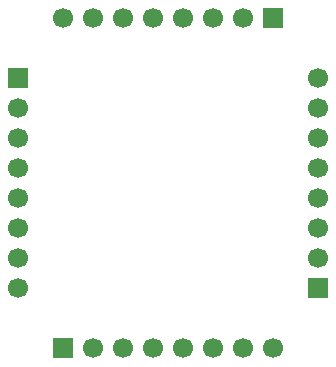
<source format=gbr>
%TF.GenerationSoftware,KiCad,Pcbnew,9.0.1*%
%TF.CreationDate,2025-07-09T09:57:16-04:00*%
%TF.ProjectId,STM32WL33K8V6,53544d33-3257-44c3-9333-4b3856362e6b,rev?*%
%TF.SameCoordinates,Original*%
%TF.FileFunction,Copper,L2,Bot*%
%TF.FilePolarity,Positive*%
%FSLAX46Y46*%
G04 Gerber Fmt 4.6, Leading zero omitted, Abs format (unit mm)*
G04 Created by KiCad (PCBNEW 9.0.1) date 2025-07-09 09:57:16*
%MOMM*%
%LPD*%
G01*
G04 APERTURE LIST*
%TA.AperFunction,ComponentPad*%
%ADD10C,1.700000*%
%TD*%
%TA.AperFunction,ComponentPad*%
%ADD11R,1.700000X1.700000*%
%TD*%
G04 APERTURE END LIST*
D10*
%TO.P,J4,8,Pin_8*%
%TO.N,Pin 32*%
X132080000Y-77470000D03*
%TO.P,J4,7,Pin_7*%
%TO.N,Pin 31*%
X134620000Y-77470000D03*
%TO.P,J4,6,Pin_6*%
%TO.N,Pin 30*%
X137160000Y-77470000D03*
%TO.P,J4,5,Pin_5*%
%TO.N,Pin 29*%
X139700000Y-77470000D03*
%TO.P,J4,4,Pin_4*%
%TO.N,Pin 28*%
X142240000Y-77470000D03*
%TO.P,J4,3,Pin_3*%
%TO.N,Pin 27*%
X144780000Y-77470000D03*
%TO.P,J4,2,Pin_2*%
%TO.N,Pin 26*%
X147320000Y-77470000D03*
D11*
%TO.P,J4,1,Pin_1*%
%TO.N,Pin 25*%
X149860000Y-77470000D03*
%TD*%
%TO.P,J3,1,Pin_1*%
%TO.N,Pin 17*%
X153670000Y-100330000D03*
D10*
%TO.P,J3,2,Pin_2*%
%TO.N,Pin 18*%
X153670000Y-97790000D03*
%TO.P,J3,3,Pin_3*%
%TO.N,Pin 19*%
X153670000Y-95250000D03*
%TO.P,J3,4,Pin_4*%
%TO.N,Pin 20*%
X153670000Y-92710000D03*
%TO.P,J3,5,Pin_5*%
%TO.N,Pin 21*%
X153670000Y-90170000D03*
%TO.P,J3,6,Pin_6*%
%TO.N,Pin 22*%
X153670000Y-87630000D03*
%TO.P,J3,7,Pin_7*%
%TO.N,Pin 23*%
X153670000Y-85090000D03*
%TO.P,J3,8,Pin_8*%
%TO.N,Pin 24*%
X153670000Y-82550000D03*
%TD*%
D11*
%TO.P,J2,1,Pin_1*%
%TO.N,Pin 9*%
X132080000Y-105410000D03*
D10*
%TO.P,J2,2,Pin_2*%
%TO.N,Pin 10*%
X134620000Y-105410000D03*
%TO.P,J2,3,Pin_3*%
%TO.N,Pin 11*%
X137160000Y-105410000D03*
%TO.P,J2,4,Pin_4*%
%TO.N,Pin 12*%
X139700000Y-105410000D03*
%TO.P,J2,5,Pin_5*%
%TO.N,Pin 13*%
X142240000Y-105410000D03*
%TO.P,J2,6,Pin_6*%
%TO.N,Pin 14*%
X144780000Y-105410000D03*
%TO.P,J2,7,Pin_7*%
%TO.N,Pin 15*%
X147320000Y-105410000D03*
%TO.P,J2,8,Pin_8*%
%TO.N,Pin 16*%
X149860000Y-105410000D03*
%TD*%
D11*
%TO.P,J1,1,Pin_1*%
%TO.N,Pin 1*%
X128270000Y-82550000D03*
D10*
%TO.P,J1,2,Pin_2*%
%TO.N,Pin 2*%
X128270000Y-85090000D03*
%TO.P,J1,3,Pin_3*%
%TO.N,Pin 3*%
X128270000Y-87630000D03*
%TO.P,J1,4,Pin_4*%
%TO.N,Pin 4*%
X128270000Y-90170000D03*
%TO.P,J1,5,Pin_5*%
%TO.N,Pin 5*%
X128270000Y-92710000D03*
%TO.P,J1,6,Pin_6*%
%TO.N,Pin 6*%
X128270000Y-95250000D03*
%TO.P,J1,7,Pin_7*%
%TO.N,Pin 7*%
X128270000Y-97790000D03*
%TO.P,J1,8,Pin_8*%
%TO.N,Pin 8*%
X128270000Y-100330000D03*
%TD*%
M02*

</source>
